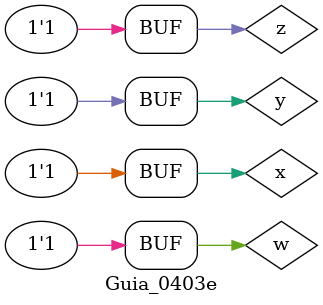
<source format=v>
/*
 Guia_0403e.v - v0.0. - 28 / 08 / 2022
 Autor    : Gabriel Vargas Bento de Souza
 Matricula: 778023
 */

/* 
 Soma dos produtos
                  ___
f(x, y, w, z) =  \   m(1, 2, 3, 5, 8, 13)  = SoP(1, 2, 3, 5, 8, 13) = 1
                 /___
*/

/**
 SoP(1, 2, 3, 5, 8, 13)
 */
module SoP (output s,
            input  x, y, w, z);
   assign s = (~x & ~y & ~w &  z)  // 1
            | (~x & ~y &  w & ~z)  // 2
            | (~x & ~y &  w &  z)  // 3
            | (~x &  y & ~w &  z)  // 5
            | ( x & ~y & ~w & ~z)  // 8
            | ( x &  y & ~w &  z); // 13
endmodule // SoP

/**
  Guia_0403e.v
 */
module Guia_0403e;
   reg  x, y, w, z;
   wire s1;
   
   // instancias
   SoP SOP (s, x, y, w, z);
   
   // valores iniciais
   initial begin: start
      x=1'bx; y=1'bx; x=1'bx; z=1'bx; // indefinidos
   end

   // parte principal
   initial begin: main
      // identificacao
       $display("Gabriel Vargas Bento de Souza - 778023");
       $display("Test boolean expression");
       $display("\n03.e) SoP(1, 2, 3, 5, 8, 13)\n");

       // monitoramento
       $display(" x  y  w  z  SoP(1, 2, 3, 5, 8, 13)");
       $monitor("%2b %2b %2b %2b %15b", x, y, w, z, s);

       // sinalizacao
       #1 x=0; y=0; w=0; z=0;
       #1 x=0; y=0; w=0; z=1;
       #1 x=0; y=0; w=1; z=0;
       #1 x=0; y=0; w=1; z=1;
       #1 x=0; y=1; w=0; z=0;
       #1 x=0; y=1; w=0; z=1;
       #1 x=0; y=1; w=1; z=0;
       #1 x=0; y=1; w=1; z=1;
       #1 x=1; y=0; w=0; z=0;
       #1 x=1; y=0; w=0; z=1;
       #1 x=1; y=0; w=1; z=0;
       #1 x=1; y=0; w=1; z=1;
       #1 x=1; y=1; w=0; z=0;
       #1 x=1; y=1; w=0; z=1;
       #1 x=1; y=1; w=1; z=0;
       #1 x=1; y=1; w=1; z=1;
   end
endmodule // Guia_0403e
</source>
